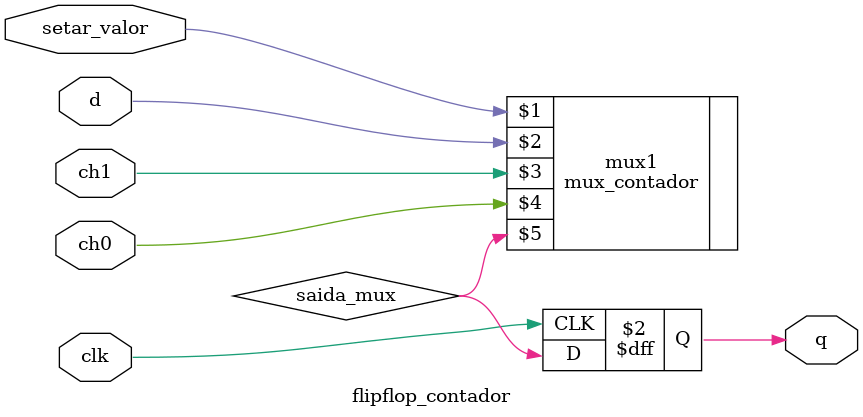
<source format=v>
module flipflop_contador(setar_valor,d,q,clk,ch1,ch0);
	
	input d,clk,ch1, ch0, setar_valor;
	output reg q;
	wire saida_mux;
	
	mux_contador mux1(setar_valor,d,ch1,ch0,saida_mux);

	always @(posedge clk)begin
          q = saida_mux;
     end
	
endmodule
</source>
